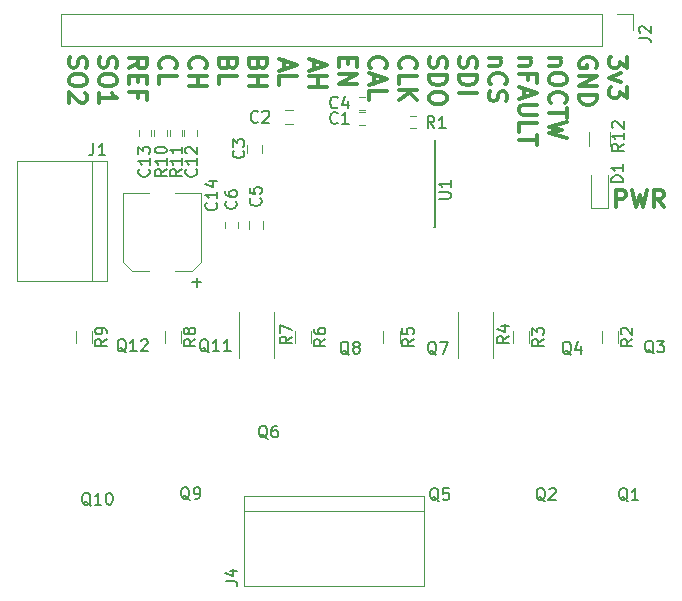
<source format=gto>
G04 #@! TF.FileFunction,Legend,Top*
%FSLAX46Y46*%
G04 Gerber Fmt 4.6, Leading zero omitted, Abs format (unit mm)*
G04 Created by KiCad (PCBNEW 4.0.7) date 04/04/18 16:23:25*
%MOMM*%
%LPD*%
G01*
G04 APERTURE LIST*
%ADD10C,0.100000*%
%ADD11C,0.300000*%
%ADD12C,0.120000*%
%ADD13C,0.150000*%
G04 APERTURE END LIST*
D10*
D11*
X206900000Y-111278571D02*
X206900000Y-109778571D01*
X207471428Y-109778571D01*
X207614286Y-109850000D01*
X207685714Y-109921429D01*
X207757143Y-110064286D01*
X207757143Y-110278571D01*
X207685714Y-110421429D01*
X207614286Y-110492857D01*
X207471428Y-110564286D01*
X206900000Y-110564286D01*
X208257143Y-109778571D02*
X208614286Y-111278571D01*
X208900000Y-110207143D01*
X209185714Y-111278571D01*
X209542857Y-109778571D01*
X210971429Y-111278571D02*
X210471429Y-110564286D01*
X210114286Y-111278571D02*
X210114286Y-109778571D01*
X210685714Y-109778571D01*
X210828572Y-109850000D01*
X210900000Y-109921429D01*
X210971429Y-110064286D01*
X210971429Y-110278571D01*
X210900000Y-110421429D01*
X210828572Y-110492857D01*
X210685714Y-110564286D01*
X210114286Y-110564286D01*
X207831429Y-98512286D02*
X207831429Y-99440857D01*
X207260000Y-98940857D01*
X207260000Y-99155143D01*
X207188571Y-99298000D01*
X207117143Y-99369429D01*
X206974286Y-99440857D01*
X206617143Y-99440857D01*
X206474286Y-99369429D01*
X206402857Y-99298000D01*
X206331429Y-99155143D01*
X206331429Y-98726571D01*
X206402857Y-98583714D01*
X206474286Y-98512286D01*
X207331429Y-99940857D02*
X206331429Y-100298000D01*
X207331429Y-100655142D01*
X207831429Y-101083714D02*
X207831429Y-102012285D01*
X207260000Y-101512285D01*
X207260000Y-101726571D01*
X207188571Y-101869428D01*
X207117143Y-101940857D01*
X206974286Y-102012285D01*
X206617143Y-102012285D01*
X206474286Y-101940857D01*
X206402857Y-101869428D01*
X206331429Y-101726571D01*
X206331429Y-101297999D01*
X206402857Y-101155142D01*
X206474286Y-101083714D01*
X205220000Y-99440857D02*
X205291429Y-99298000D01*
X205291429Y-99083714D01*
X205220000Y-98869429D01*
X205077143Y-98726571D01*
X204934286Y-98655143D01*
X204648571Y-98583714D01*
X204434286Y-98583714D01*
X204148571Y-98655143D01*
X204005714Y-98726571D01*
X203862857Y-98869429D01*
X203791429Y-99083714D01*
X203791429Y-99226571D01*
X203862857Y-99440857D01*
X203934286Y-99512286D01*
X204434286Y-99512286D01*
X204434286Y-99226571D01*
X203791429Y-100155143D02*
X205291429Y-100155143D01*
X203791429Y-101012286D01*
X205291429Y-101012286D01*
X203791429Y-101726572D02*
X205291429Y-101726572D01*
X205291429Y-102083715D01*
X205220000Y-102298000D01*
X205077143Y-102440858D01*
X204934286Y-102512286D01*
X204648571Y-102583715D01*
X204434286Y-102583715D01*
X204148571Y-102512286D01*
X204005714Y-102440858D01*
X203862857Y-102298000D01*
X203791429Y-102083715D01*
X203791429Y-101726572D01*
X202251429Y-98655143D02*
X201251429Y-98655143D01*
X202108571Y-98655143D02*
X202180000Y-98726571D01*
X202251429Y-98869429D01*
X202251429Y-99083714D01*
X202180000Y-99226571D01*
X202037143Y-99298000D01*
X201251429Y-99298000D01*
X202751429Y-100298000D02*
X202751429Y-100583714D01*
X202680000Y-100726572D01*
X202537143Y-100869429D01*
X202251429Y-100940857D01*
X201751429Y-100940857D01*
X201465714Y-100869429D01*
X201322857Y-100726572D01*
X201251429Y-100583714D01*
X201251429Y-100298000D01*
X201322857Y-100155143D01*
X201465714Y-100012286D01*
X201751429Y-99940857D01*
X202251429Y-99940857D01*
X202537143Y-100012286D01*
X202680000Y-100155143D01*
X202751429Y-100298000D01*
X201394286Y-102440858D02*
X201322857Y-102369429D01*
X201251429Y-102155143D01*
X201251429Y-102012286D01*
X201322857Y-101798001D01*
X201465714Y-101655143D01*
X201608571Y-101583715D01*
X201894286Y-101512286D01*
X202108571Y-101512286D01*
X202394286Y-101583715D01*
X202537143Y-101655143D01*
X202680000Y-101798001D01*
X202751429Y-102012286D01*
X202751429Y-102155143D01*
X202680000Y-102369429D01*
X202608571Y-102440858D01*
X202751429Y-102869429D02*
X202751429Y-103726572D01*
X201251429Y-103298001D02*
X202751429Y-103298001D01*
X202751429Y-104083715D02*
X201251429Y-104440858D01*
X202322857Y-104726572D01*
X201251429Y-105012286D01*
X202751429Y-105369429D01*
X199711429Y-98655143D02*
X198711429Y-98655143D01*
X199568571Y-98655143D02*
X199640000Y-98726571D01*
X199711429Y-98869429D01*
X199711429Y-99083714D01*
X199640000Y-99226571D01*
X199497143Y-99298000D01*
X198711429Y-99298000D01*
X199497143Y-100512286D02*
X199497143Y-100012286D01*
X198711429Y-100012286D02*
X200211429Y-100012286D01*
X200211429Y-100726572D01*
X199140000Y-101226571D02*
X199140000Y-101940857D01*
X198711429Y-101083714D02*
X200211429Y-101583714D01*
X198711429Y-102083714D01*
X200211429Y-102583714D02*
X198997143Y-102583714D01*
X198854286Y-102655142D01*
X198782857Y-102726571D01*
X198711429Y-102869428D01*
X198711429Y-103155142D01*
X198782857Y-103298000D01*
X198854286Y-103369428D01*
X198997143Y-103440857D01*
X200211429Y-103440857D01*
X198711429Y-104869429D02*
X198711429Y-104155143D01*
X200211429Y-104155143D01*
X200211429Y-105155143D02*
X200211429Y-106012286D01*
X198711429Y-105583715D02*
X200211429Y-105583715D01*
X197171429Y-98655143D02*
X196171429Y-98655143D01*
X197028571Y-98655143D02*
X197100000Y-98726571D01*
X197171429Y-98869429D01*
X197171429Y-99083714D01*
X197100000Y-99226571D01*
X196957143Y-99298000D01*
X196171429Y-99298000D01*
X196314286Y-100869429D02*
X196242857Y-100798000D01*
X196171429Y-100583714D01*
X196171429Y-100440857D01*
X196242857Y-100226572D01*
X196385714Y-100083714D01*
X196528571Y-100012286D01*
X196814286Y-99940857D01*
X197028571Y-99940857D01*
X197314286Y-100012286D01*
X197457143Y-100083714D01*
X197600000Y-100226572D01*
X197671429Y-100440857D01*
X197671429Y-100583714D01*
X197600000Y-100798000D01*
X197528571Y-100869429D01*
X196242857Y-101440857D02*
X196171429Y-101655143D01*
X196171429Y-102012286D01*
X196242857Y-102155143D01*
X196314286Y-102226572D01*
X196457143Y-102298000D01*
X196600000Y-102298000D01*
X196742857Y-102226572D01*
X196814286Y-102155143D01*
X196885714Y-102012286D01*
X196957143Y-101726572D01*
X197028571Y-101583714D01*
X197100000Y-101512286D01*
X197242857Y-101440857D01*
X197385714Y-101440857D01*
X197528571Y-101512286D01*
X197600000Y-101583714D01*
X197671429Y-101726572D01*
X197671429Y-102083714D01*
X197600000Y-102298000D01*
X193702857Y-98583714D02*
X193631429Y-98798000D01*
X193631429Y-99155143D01*
X193702857Y-99298000D01*
X193774286Y-99369429D01*
X193917143Y-99440857D01*
X194060000Y-99440857D01*
X194202857Y-99369429D01*
X194274286Y-99298000D01*
X194345714Y-99155143D01*
X194417143Y-98869429D01*
X194488571Y-98726571D01*
X194560000Y-98655143D01*
X194702857Y-98583714D01*
X194845714Y-98583714D01*
X194988571Y-98655143D01*
X195060000Y-98726571D01*
X195131429Y-98869429D01*
X195131429Y-99226571D01*
X195060000Y-99440857D01*
X193631429Y-100083714D02*
X195131429Y-100083714D01*
X195131429Y-100440857D01*
X195060000Y-100655142D01*
X194917143Y-100798000D01*
X194774286Y-100869428D01*
X194488571Y-100940857D01*
X194274286Y-100940857D01*
X193988571Y-100869428D01*
X193845714Y-100798000D01*
X193702857Y-100655142D01*
X193631429Y-100440857D01*
X193631429Y-100083714D01*
X193631429Y-101583714D02*
X195131429Y-101583714D01*
X191162857Y-98583714D02*
X191091429Y-98798000D01*
X191091429Y-99155143D01*
X191162857Y-99298000D01*
X191234286Y-99369429D01*
X191377143Y-99440857D01*
X191520000Y-99440857D01*
X191662857Y-99369429D01*
X191734286Y-99298000D01*
X191805714Y-99155143D01*
X191877143Y-98869429D01*
X191948571Y-98726571D01*
X192020000Y-98655143D01*
X192162857Y-98583714D01*
X192305714Y-98583714D01*
X192448571Y-98655143D01*
X192520000Y-98726571D01*
X192591429Y-98869429D01*
X192591429Y-99226571D01*
X192520000Y-99440857D01*
X191091429Y-100083714D02*
X192591429Y-100083714D01*
X192591429Y-100440857D01*
X192520000Y-100655142D01*
X192377143Y-100798000D01*
X192234286Y-100869428D01*
X191948571Y-100940857D01*
X191734286Y-100940857D01*
X191448571Y-100869428D01*
X191305714Y-100798000D01*
X191162857Y-100655142D01*
X191091429Y-100440857D01*
X191091429Y-100083714D01*
X192591429Y-101869428D02*
X192591429Y-102155142D01*
X192520000Y-102298000D01*
X192377143Y-102440857D01*
X192091429Y-102512285D01*
X191591429Y-102512285D01*
X191305714Y-102440857D01*
X191162857Y-102298000D01*
X191091429Y-102155142D01*
X191091429Y-101869428D01*
X191162857Y-101726571D01*
X191305714Y-101583714D01*
X191591429Y-101512285D01*
X192091429Y-101512285D01*
X192377143Y-101583714D01*
X192520000Y-101726571D01*
X192591429Y-101869428D01*
X188694286Y-99512286D02*
X188622857Y-99440857D01*
X188551429Y-99226571D01*
X188551429Y-99083714D01*
X188622857Y-98869429D01*
X188765714Y-98726571D01*
X188908571Y-98655143D01*
X189194286Y-98583714D01*
X189408571Y-98583714D01*
X189694286Y-98655143D01*
X189837143Y-98726571D01*
X189980000Y-98869429D01*
X190051429Y-99083714D01*
X190051429Y-99226571D01*
X189980000Y-99440857D01*
X189908571Y-99512286D01*
X188551429Y-100869429D02*
X188551429Y-100155143D01*
X190051429Y-100155143D01*
X188551429Y-101369429D02*
X190051429Y-101369429D01*
X188551429Y-102226572D02*
X189408571Y-101583715D01*
X190051429Y-102226572D02*
X189194286Y-101369429D01*
X186154286Y-99512286D02*
X186082857Y-99440857D01*
X186011429Y-99226571D01*
X186011429Y-99083714D01*
X186082857Y-98869429D01*
X186225714Y-98726571D01*
X186368571Y-98655143D01*
X186654286Y-98583714D01*
X186868571Y-98583714D01*
X187154286Y-98655143D01*
X187297143Y-98726571D01*
X187440000Y-98869429D01*
X187511429Y-99083714D01*
X187511429Y-99226571D01*
X187440000Y-99440857D01*
X187368571Y-99512286D01*
X186440000Y-100083714D02*
X186440000Y-100798000D01*
X186011429Y-99940857D02*
X187511429Y-100440857D01*
X186011429Y-100940857D01*
X186011429Y-102155143D02*
X186011429Y-101440857D01*
X187511429Y-101440857D01*
X184257143Y-98655143D02*
X184257143Y-99155143D01*
X183471429Y-99369429D02*
X183471429Y-98655143D01*
X184971429Y-98655143D01*
X184971429Y-99369429D01*
X183471429Y-100012286D02*
X184971429Y-100012286D01*
X183471429Y-100869429D01*
X184971429Y-100869429D01*
X181360000Y-98837714D02*
X181360000Y-99552000D01*
X180931429Y-98694857D02*
X182431429Y-99194857D01*
X180931429Y-99694857D01*
X180931429Y-100194857D02*
X182431429Y-100194857D01*
X181717143Y-100194857D02*
X181717143Y-101052000D01*
X180931429Y-101052000D02*
X182431429Y-101052000D01*
X178820000Y-98837714D02*
X178820000Y-99552000D01*
X178391429Y-98694857D02*
X179891429Y-99194857D01*
X178391429Y-99694857D01*
X178391429Y-100909143D02*
X178391429Y-100194857D01*
X179891429Y-100194857D01*
X176637143Y-99155143D02*
X176565714Y-99369429D01*
X176494286Y-99440857D01*
X176351429Y-99512286D01*
X176137143Y-99512286D01*
X175994286Y-99440857D01*
X175922857Y-99369429D01*
X175851429Y-99226571D01*
X175851429Y-98655143D01*
X177351429Y-98655143D01*
X177351429Y-99155143D01*
X177280000Y-99298000D01*
X177208571Y-99369429D01*
X177065714Y-99440857D01*
X176922857Y-99440857D01*
X176780000Y-99369429D01*
X176708571Y-99298000D01*
X176637143Y-99155143D01*
X176637143Y-98655143D01*
X175851429Y-100155143D02*
X177351429Y-100155143D01*
X176637143Y-100155143D02*
X176637143Y-101012286D01*
X175851429Y-101012286D02*
X177351429Y-101012286D01*
X174097143Y-99155143D02*
X174025714Y-99369429D01*
X173954286Y-99440857D01*
X173811429Y-99512286D01*
X173597143Y-99512286D01*
X173454286Y-99440857D01*
X173382857Y-99369429D01*
X173311429Y-99226571D01*
X173311429Y-98655143D01*
X174811429Y-98655143D01*
X174811429Y-99155143D01*
X174740000Y-99298000D01*
X174668571Y-99369429D01*
X174525714Y-99440857D01*
X174382857Y-99440857D01*
X174240000Y-99369429D01*
X174168571Y-99298000D01*
X174097143Y-99155143D01*
X174097143Y-98655143D01*
X173311429Y-100869429D02*
X173311429Y-100155143D01*
X174811429Y-100155143D01*
X170914286Y-99512286D02*
X170842857Y-99440857D01*
X170771429Y-99226571D01*
X170771429Y-99083714D01*
X170842857Y-98869429D01*
X170985714Y-98726571D01*
X171128571Y-98655143D01*
X171414286Y-98583714D01*
X171628571Y-98583714D01*
X171914286Y-98655143D01*
X172057143Y-98726571D01*
X172200000Y-98869429D01*
X172271429Y-99083714D01*
X172271429Y-99226571D01*
X172200000Y-99440857D01*
X172128571Y-99512286D01*
X170771429Y-100155143D02*
X172271429Y-100155143D01*
X171557143Y-100155143D02*
X171557143Y-101012286D01*
X170771429Y-101012286D02*
X172271429Y-101012286D01*
X168374286Y-99512286D02*
X168302857Y-99440857D01*
X168231429Y-99226571D01*
X168231429Y-99083714D01*
X168302857Y-98869429D01*
X168445714Y-98726571D01*
X168588571Y-98655143D01*
X168874286Y-98583714D01*
X169088571Y-98583714D01*
X169374286Y-98655143D01*
X169517143Y-98726571D01*
X169660000Y-98869429D01*
X169731429Y-99083714D01*
X169731429Y-99226571D01*
X169660000Y-99440857D01*
X169588571Y-99512286D01*
X168231429Y-100869429D02*
X168231429Y-100155143D01*
X169731429Y-100155143D01*
X165691429Y-99512286D02*
X166405714Y-99012286D01*
X165691429Y-98655143D02*
X167191429Y-98655143D01*
X167191429Y-99226571D01*
X167120000Y-99369429D01*
X167048571Y-99440857D01*
X166905714Y-99512286D01*
X166691429Y-99512286D01*
X166548571Y-99440857D01*
X166477143Y-99369429D01*
X166405714Y-99226571D01*
X166405714Y-98655143D01*
X166477143Y-100155143D02*
X166477143Y-100655143D01*
X165691429Y-100869429D02*
X165691429Y-100155143D01*
X167191429Y-100155143D01*
X167191429Y-100869429D01*
X166477143Y-102012286D02*
X166477143Y-101512286D01*
X165691429Y-101512286D02*
X167191429Y-101512286D01*
X167191429Y-102226572D01*
X163222857Y-98583714D02*
X163151429Y-98798000D01*
X163151429Y-99155143D01*
X163222857Y-99298000D01*
X163294286Y-99369429D01*
X163437143Y-99440857D01*
X163580000Y-99440857D01*
X163722857Y-99369429D01*
X163794286Y-99298000D01*
X163865714Y-99155143D01*
X163937143Y-98869429D01*
X164008571Y-98726571D01*
X164080000Y-98655143D01*
X164222857Y-98583714D01*
X164365714Y-98583714D01*
X164508571Y-98655143D01*
X164580000Y-98726571D01*
X164651429Y-98869429D01*
X164651429Y-99226571D01*
X164580000Y-99440857D01*
X164651429Y-100369428D02*
X164651429Y-100655142D01*
X164580000Y-100798000D01*
X164437143Y-100940857D01*
X164151429Y-101012285D01*
X163651429Y-101012285D01*
X163365714Y-100940857D01*
X163222857Y-100798000D01*
X163151429Y-100655142D01*
X163151429Y-100369428D01*
X163222857Y-100226571D01*
X163365714Y-100083714D01*
X163651429Y-100012285D01*
X164151429Y-100012285D01*
X164437143Y-100083714D01*
X164580000Y-100226571D01*
X164651429Y-100369428D01*
X163151429Y-102440857D02*
X163151429Y-101583714D01*
X163151429Y-102012286D02*
X164651429Y-102012286D01*
X164437143Y-101869429D01*
X164294286Y-101726571D01*
X164222857Y-101583714D01*
X160682857Y-98583714D02*
X160611429Y-98798000D01*
X160611429Y-99155143D01*
X160682857Y-99298000D01*
X160754286Y-99369429D01*
X160897143Y-99440857D01*
X161040000Y-99440857D01*
X161182857Y-99369429D01*
X161254286Y-99298000D01*
X161325714Y-99155143D01*
X161397143Y-98869429D01*
X161468571Y-98726571D01*
X161540000Y-98655143D01*
X161682857Y-98583714D01*
X161825714Y-98583714D01*
X161968571Y-98655143D01*
X162040000Y-98726571D01*
X162111429Y-98869429D01*
X162111429Y-99226571D01*
X162040000Y-99440857D01*
X162111429Y-100369428D02*
X162111429Y-100655142D01*
X162040000Y-100798000D01*
X161897143Y-100940857D01*
X161611429Y-101012285D01*
X161111429Y-101012285D01*
X160825714Y-100940857D01*
X160682857Y-100798000D01*
X160611429Y-100655142D01*
X160611429Y-100369428D01*
X160682857Y-100226571D01*
X160825714Y-100083714D01*
X161111429Y-100012285D01*
X161611429Y-100012285D01*
X161897143Y-100083714D01*
X162040000Y-100226571D01*
X162111429Y-100369428D01*
X161968571Y-101583714D02*
X162040000Y-101655143D01*
X162111429Y-101798000D01*
X162111429Y-102155143D01*
X162040000Y-102298000D01*
X161968571Y-102369429D01*
X161825714Y-102440857D01*
X161682857Y-102440857D01*
X161468571Y-102369429D01*
X160611429Y-101512286D01*
X160611429Y-102440857D01*
D12*
X196480000Y-120100000D02*
X196480000Y-124000000D01*
X193520000Y-124000000D02*
X193520000Y-120100000D01*
X177980000Y-120100000D02*
X177980000Y-124000000D01*
X175020000Y-124000000D02*
X175020000Y-120100000D01*
X190620000Y-135690000D02*
X190620000Y-143310000D01*
X175380000Y-135690000D02*
X175380000Y-143310000D01*
X190620000Y-136960000D02*
X175380000Y-136960000D01*
X190620000Y-143310000D02*
X175380000Y-143310000D01*
X190620000Y-135690000D02*
X175380000Y-135690000D01*
X162540000Y-107380000D02*
X162540000Y-117540000D01*
X163810000Y-107380000D02*
X156190000Y-107380000D01*
X156190000Y-107380000D02*
X156190000Y-117540000D01*
X156190000Y-117540000D02*
X163810000Y-117540000D01*
X163810000Y-117540000D02*
X163810000Y-107380000D01*
X170370000Y-104742000D02*
X170370000Y-105242000D01*
X171430000Y-105242000D02*
X171430000Y-104742000D01*
X166518000Y-104742000D02*
X166518000Y-105242000D01*
X167578000Y-105242000D02*
X167578000Y-104742000D01*
X168878000Y-105242000D02*
X168878000Y-104742000D01*
X167818000Y-104742000D02*
X167818000Y-105242000D01*
X170178000Y-105242000D02*
X170178000Y-104742000D01*
X169118000Y-104742000D02*
X169118000Y-105242000D01*
X205720000Y-122750000D02*
X205720000Y-121750000D01*
X207080000Y-121750000D02*
X207080000Y-122750000D01*
X198220000Y-122750000D02*
X198220000Y-121750000D01*
X199580000Y-121750000D02*
X199580000Y-122750000D01*
X187220000Y-122750000D02*
X187220000Y-121750000D01*
X188580000Y-121750000D02*
X188580000Y-122750000D01*
X179720000Y-122750000D02*
X179720000Y-121750000D01*
X181080000Y-121750000D02*
X181080000Y-122750000D01*
X168720000Y-122750000D02*
X168720000Y-121750000D01*
X170080000Y-121750000D02*
X170080000Y-122750000D01*
X161220000Y-122750000D02*
X161220000Y-121750000D01*
X162580000Y-121750000D02*
X162580000Y-122750000D01*
X185150000Y-104280000D02*
X185650000Y-104280000D01*
X185650000Y-103220000D02*
X185150000Y-103220000D01*
X189500000Y-104580000D02*
X190000000Y-104580000D01*
X190000000Y-103520000D02*
X189500000Y-103520000D01*
X173820000Y-112500000D02*
X173820000Y-113000000D01*
X174880000Y-113000000D02*
X174880000Y-112500000D01*
D13*
X191529000Y-112961000D02*
X191521500Y-112961000D01*
X191604000Y-105536000D02*
X191604000Y-112961000D01*
D12*
X185150000Y-103030000D02*
X185650000Y-103030000D01*
X185650000Y-101970000D02*
X185150000Y-101970000D01*
X159960000Y-94936000D02*
X159960000Y-97596000D01*
X205740000Y-94936000D02*
X159960000Y-94936000D01*
X205740000Y-97596000D02*
X159960000Y-97596000D01*
X205740000Y-94936000D02*
X205740000Y-97596000D01*
X207010000Y-94936000D02*
X208340000Y-94936000D01*
X208340000Y-94936000D02*
X208340000Y-96266000D01*
X170990000Y-116650000D02*
X169570000Y-116650000D01*
X171750000Y-110050000D02*
X169570000Y-110050000D01*
X165150000Y-110050000D02*
X167330000Y-110050000D01*
X165910000Y-116650000D02*
X167330000Y-116650000D01*
X171750000Y-110050000D02*
X171750000Y-115890000D01*
X171750000Y-115890000D02*
X170990000Y-116650000D01*
X165910000Y-116650000D02*
X165150000Y-115890000D01*
X165150000Y-115890000D02*
X165150000Y-110050000D01*
X177000000Y-112400000D02*
X177000000Y-113100000D01*
X175800000Y-113100000D02*
X175800000Y-112400000D01*
X178850000Y-103000000D02*
X179550000Y-103000000D01*
X179550000Y-104200000D02*
X178850000Y-104200000D01*
X175700000Y-106700000D02*
X175700000Y-106000000D01*
X176900000Y-106000000D02*
X176900000Y-106700000D01*
X204800000Y-111300000D02*
X206200000Y-111300000D01*
X206200000Y-111300000D02*
X206200000Y-108500000D01*
X204800000Y-111300000D02*
X204800000Y-108500000D01*
X206380000Y-104900000D02*
X206380000Y-106100000D01*
X204620000Y-106100000D02*
X204620000Y-104900000D01*
D13*
X197852381Y-122166666D02*
X197376190Y-122500000D01*
X197852381Y-122738095D02*
X196852381Y-122738095D01*
X196852381Y-122357142D01*
X196900000Y-122261904D01*
X196947619Y-122214285D01*
X197042857Y-122166666D01*
X197185714Y-122166666D01*
X197280952Y-122214285D01*
X197328571Y-122261904D01*
X197376190Y-122357142D01*
X197376190Y-122738095D01*
X197185714Y-121309523D02*
X197852381Y-121309523D01*
X196804762Y-121547619D02*
X197519048Y-121785714D01*
X197519048Y-121166666D01*
X179452381Y-122216666D02*
X178976190Y-122550000D01*
X179452381Y-122788095D02*
X178452381Y-122788095D01*
X178452381Y-122407142D01*
X178500000Y-122311904D01*
X178547619Y-122264285D01*
X178642857Y-122216666D01*
X178785714Y-122216666D01*
X178880952Y-122264285D01*
X178928571Y-122311904D01*
X178976190Y-122407142D01*
X178976190Y-122788095D01*
X178452381Y-121883333D02*
X178452381Y-121216666D01*
X179452381Y-121645238D01*
X173852381Y-142933333D02*
X174566667Y-142933333D01*
X174709524Y-142980953D01*
X174804762Y-143076191D01*
X174852381Y-143219048D01*
X174852381Y-143314286D01*
X174185714Y-142028571D02*
X174852381Y-142028571D01*
X173804762Y-142266667D02*
X174519048Y-142504762D01*
X174519048Y-141885714D01*
X162666667Y-105852381D02*
X162666667Y-106566667D01*
X162619047Y-106709524D01*
X162523809Y-106804762D01*
X162380952Y-106852381D01*
X162285714Y-106852381D01*
X163666667Y-106852381D02*
X163095238Y-106852381D01*
X163380952Y-106852381D02*
X163380952Y-105852381D01*
X163285714Y-105995238D01*
X163190476Y-106090476D01*
X163095238Y-106138095D01*
X200904762Y-136147619D02*
X200809524Y-136100000D01*
X200714286Y-136004762D01*
X200571429Y-135861905D01*
X200476190Y-135814286D01*
X200380952Y-135814286D01*
X200428571Y-136052381D02*
X200333333Y-136004762D01*
X200238095Y-135909524D01*
X200190476Y-135719048D01*
X200190476Y-135385714D01*
X200238095Y-135195238D01*
X200333333Y-135100000D01*
X200428571Y-135052381D01*
X200619048Y-135052381D01*
X200714286Y-135100000D01*
X200809524Y-135195238D01*
X200857143Y-135385714D01*
X200857143Y-135719048D01*
X200809524Y-135909524D01*
X200714286Y-136004762D01*
X200619048Y-136052381D01*
X200428571Y-136052381D01*
X201238095Y-135147619D02*
X201285714Y-135100000D01*
X201380952Y-135052381D01*
X201619048Y-135052381D01*
X201714286Y-135100000D01*
X201761905Y-135147619D01*
X201809524Y-135242857D01*
X201809524Y-135338095D01*
X201761905Y-135480952D01*
X201190476Y-136052381D01*
X201809524Y-136052381D01*
X210104762Y-123647619D02*
X210009524Y-123600000D01*
X209914286Y-123504762D01*
X209771429Y-123361905D01*
X209676190Y-123314286D01*
X209580952Y-123314286D01*
X209628571Y-123552381D02*
X209533333Y-123504762D01*
X209438095Y-123409524D01*
X209390476Y-123219048D01*
X209390476Y-122885714D01*
X209438095Y-122695238D01*
X209533333Y-122600000D01*
X209628571Y-122552381D01*
X209819048Y-122552381D01*
X209914286Y-122600000D01*
X210009524Y-122695238D01*
X210057143Y-122885714D01*
X210057143Y-123219048D01*
X210009524Y-123409524D01*
X209914286Y-123504762D01*
X209819048Y-123552381D01*
X209628571Y-123552381D01*
X210390476Y-122552381D02*
X211009524Y-122552381D01*
X210676190Y-122933333D01*
X210819048Y-122933333D01*
X210914286Y-122980952D01*
X210961905Y-123028571D01*
X211009524Y-123123810D01*
X211009524Y-123361905D01*
X210961905Y-123457143D01*
X210914286Y-123504762D01*
X210819048Y-123552381D01*
X210533333Y-123552381D01*
X210438095Y-123504762D01*
X210390476Y-123457143D01*
X203104762Y-123747619D02*
X203009524Y-123700000D01*
X202914286Y-123604762D01*
X202771429Y-123461905D01*
X202676190Y-123414286D01*
X202580952Y-123414286D01*
X202628571Y-123652381D02*
X202533333Y-123604762D01*
X202438095Y-123509524D01*
X202390476Y-123319048D01*
X202390476Y-122985714D01*
X202438095Y-122795238D01*
X202533333Y-122700000D01*
X202628571Y-122652381D01*
X202819048Y-122652381D01*
X202914286Y-122700000D01*
X203009524Y-122795238D01*
X203057143Y-122985714D01*
X203057143Y-123319048D01*
X203009524Y-123509524D01*
X202914286Y-123604762D01*
X202819048Y-123652381D01*
X202628571Y-123652381D01*
X203914286Y-122985714D02*
X203914286Y-123652381D01*
X203676190Y-122604762D02*
X203438095Y-123319048D01*
X204057143Y-123319048D01*
X191904762Y-136147619D02*
X191809524Y-136100000D01*
X191714286Y-136004762D01*
X191571429Y-135861905D01*
X191476190Y-135814286D01*
X191380952Y-135814286D01*
X191428571Y-136052381D02*
X191333333Y-136004762D01*
X191238095Y-135909524D01*
X191190476Y-135719048D01*
X191190476Y-135385714D01*
X191238095Y-135195238D01*
X191333333Y-135100000D01*
X191428571Y-135052381D01*
X191619048Y-135052381D01*
X191714286Y-135100000D01*
X191809524Y-135195238D01*
X191857143Y-135385714D01*
X191857143Y-135719048D01*
X191809524Y-135909524D01*
X191714286Y-136004762D01*
X191619048Y-136052381D01*
X191428571Y-136052381D01*
X192761905Y-135052381D02*
X192285714Y-135052381D01*
X192238095Y-135528571D01*
X192285714Y-135480952D01*
X192380952Y-135433333D01*
X192619048Y-135433333D01*
X192714286Y-135480952D01*
X192761905Y-135528571D01*
X192809524Y-135623810D01*
X192809524Y-135861905D01*
X192761905Y-135957143D01*
X192714286Y-136004762D01*
X192619048Y-136052381D01*
X192380952Y-136052381D01*
X192285714Y-136004762D01*
X192238095Y-135957143D01*
X177404762Y-130847619D02*
X177309524Y-130800000D01*
X177214286Y-130704762D01*
X177071429Y-130561905D01*
X176976190Y-130514286D01*
X176880952Y-130514286D01*
X176928571Y-130752381D02*
X176833333Y-130704762D01*
X176738095Y-130609524D01*
X176690476Y-130419048D01*
X176690476Y-130085714D01*
X176738095Y-129895238D01*
X176833333Y-129800000D01*
X176928571Y-129752381D01*
X177119048Y-129752381D01*
X177214286Y-129800000D01*
X177309524Y-129895238D01*
X177357143Y-130085714D01*
X177357143Y-130419048D01*
X177309524Y-130609524D01*
X177214286Y-130704762D01*
X177119048Y-130752381D01*
X176928571Y-130752381D01*
X178214286Y-129752381D02*
X178023809Y-129752381D01*
X177928571Y-129800000D01*
X177880952Y-129847619D01*
X177785714Y-129990476D01*
X177738095Y-130180952D01*
X177738095Y-130561905D01*
X177785714Y-130657143D01*
X177833333Y-130704762D01*
X177928571Y-130752381D01*
X178119048Y-130752381D01*
X178214286Y-130704762D01*
X178261905Y-130657143D01*
X178309524Y-130561905D01*
X178309524Y-130323810D01*
X178261905Y-130228571D01*
X178214286Y-130180952D01*
X178119048Y-130133333D01*
X177928571Y-130133333D01*
X177833333Y-130180952D01*
X177785714Y-130228571D01*
X177738095Y-130323810D01*
X191704762Y-123747619D02*
X191609524Y-123700000D01*
X191514286Y-123604762D01*
X191371429Y-123461905D01*
X191276190Y-123414286D01*
X191180952Y-123414286D01*
X191228571Y-123652381D02*
X191133333Y-123604762D01*
X191038095Y-123509524D01*
X190990476Y-123319048D01*
X190990476Y-122985714D01*
X191038095Y-122795238D01*
X191133333Y-122700000D01*
X191228571Y-122652381D01*
X191419048Y-122652381D01*
X191514286Y-122700000D01*
X191609524Y-122795238D01*
X191657143Y-122985714D01*
X191657143Y-123319048D01*
X191609524Y-123509524D01*
X191514286Y-123604762D01*
X191419048Y-123652381D01*
X191228571Y-123652381D01*
X191990476Y-122652381D02*
X192657143Y-122652381D01*
X192228571Y-123652381D01*
X184304762Y-123747619D02*
X184209524Y-123700000D01*
X184114286Y-123604762D01*
X183971429Y-123461905D01*
X183876190Y-123414286D01*
X183780952Y-123414286D01*
X183828571Y-123652381D02*
X183733333Y-123604762D01*
X183638095Y-123509524D01*
X183590476Y-123319048D01*
X183590476Y-122985714D01*
X183638095Y-122795238D01*
X183733333Y-122700000D01*
X183828571Y-122652381D01*
X184019048Y-122652381D01*
X184114286Y-122700000D01*
X184209524Y-122795238D01*
X184257143Y-122985714D01*
X184257143Y-123319048D01*
X184209524Y-123509524D01*
X184114286Y-123604762D01*
X184019048Y-123652381D01*
X183828571Y-123652381D01*
X184828571Y-123080952D02*
X184733333Y-123033333D01*
X184685714Y-122985714D01*
X184638095Y-122890476D01*
X184638095Y-122842857D01*
X184685714Y-122747619D01*
X184733333Y-122700000D01*
X184828571Y-122652381D01*
X185019048Y-122652381D01*
X185114286Y-122700000D01*
X185161905Y-122747619D01*
X185209524Y-122842857D01*
X185209524Y-122890476D01*
X185161905Y-122985714D01*
X185114286Y-123033333D01*
X185019048Y-123080952D01*
X184828571Y-123080952D01*
X184733333Y-123128571D01*
X184685714Y-123176190D01*
X184638095Y-123271429D01*
X184638095Y-123461905D01*
X184685714Y-123557143D01*
X184733333Y-123604762D01*
X184828571Y-123652381D01*
X185019048Y-123652381D01*
X185114286Y-123604762D01*
X185161905Y-123557143D01*
X185209524Y-123461905D01*
X185209524Y-123271429D01*
X185161905Y-123176190D01*
X185114286Y-123128571D01*
X185019048Y-123080952D01*
X170804762Y-136047619D02*
X170709524Y-136000000D01*
X170614286Y-135904762D01*
X170471429Y-135761905D01*
X170376190Y-135714286D01*
X170280952Y-135714286D01*
X170328571Y-135952381D02*
X170233333Y-135904762D01*
X170138095Y-135809524D01*
X170090476Y-135619048D01*
X170090476Y-135285714D01*
X170138095Y-135095238D01*
X170233333Y-135000000D01*
X170328571Y-134952381D01*
X170519048Y-134952381D01*
X170614286Y-135000000D01*
X170709524Y-135095238D01*
X170757143Y-135285714D01*
X170757143Y-135619048D01*
X170709524Y-135809524D01*
X170614286Y-135904762D01*
X170519048Y-135952381D01*
X170328571Y-135952381D01*
X171233333Y-135952381D02*
X171423809Y-135952381D01*
X171519048Y-135904762D01*
X171566667Y-135857143D01*
X171661905Y-135714286D01*
X171709524Y-135523810D01*
X171709524Y-135142857D01*
X171661905Y-135047619D01*
X171614286Y-135000000D01*
X171519048Y-134952381D01*
X171328571Y-134952381D01*
X171233333Y-135000000D01*
X171185714Y-135047619D01*
X171138095Y-135142857D01*
X171138095Y-135380952D01*
X171185714Y-135476190D01*
X171233333Y-135523810D01*
X171328571Y-135571429D01*
X171519048Y-135571429D01*
X171614286Y-135523810D01*
X171661905Y-135476190D01*
X171709524Y-135380952D01*
X162428572Y-136547619D02*
X162333334Y-136500000D01*
X162238096Y-136404762D01*
X162095239Y-136261905D01*
X162000000Y-136214286D01*
X161904762Y-136214286D01*
X161952381Y-136452381D02*
X161857143Y-136404762D01*
X161761905Y-136309524D01*
X161714286Y-136119048D01*
X161714286Y-135785714D01*
X161761905Y-135595238D01*
X161857143Y-135500000D01*
X161952381Y-135452381D01*
X162142858Y-135452381D01*
X162238096Y-135500000D01*
X162333334Y-135595238D01*
X162380953Y-135785714D01*
X162380953Y-136119048D01*
X162333334Y-136309524D01*
X162238096Y-136404762D01*
X162142858Y-136452381D01*
X161952381Y-136452381D01*
X163333334Y-136452381D02*
X162761905Y-136452381D01*
X163047619Y-136452381D02*
X163047619Y-135452381D01*
X162952381Y-135595238D01*
X162857143Y-135690476D01*
X162761905Y-135738095D01*
X163952381Y-135452381D02*
X164047620Y-135452381D01*
X164142858Y-135500000D01*
X164190477Y-135547619D01*
X164238096Y-135642857D01*
X164285715Y-135833333D01*
X164285715Y-136071429D01*
X164238096Y-136261905D01*
X164190477Y-136357143D01*
X164142858Y-136404762D01*
X164047620Y-136452381D01*
X163952381Y-136452381D01*
X163857143Y-136404762D01*
X163809524Y-136357143D01*
X163761905Y-136261905D01*
X163714286Y-136071429D01*
X163714286Y-135833333D01*
X163761905Y-135642857D01*
X163809524Y-135547619D01*
X163857143Y-135500000D01*
X163952381Y-135452381D01*
X172428572Y-123547619D02*
X172333334Y-123500000D01*
X172238096Y-123404762D01*
X172095239Y-123261905D01*
X172000000Y-123214286D01*
X171904762Y-123214286D01*
X171952381Y-123452381D02*
X171857143Y-123404762D01*
X171761905Y-123309524D01*
X171714286Y-123119048D01*
X171714286Y-122785714D01*
X171761905Y-122595238D01*
X171857143Y-122500000D01*
X171952381Y-122452381D01*
X172142858Y-122452381D01*
X172238096Y-122500000D01*
X172333334Y-122595238D01*
X172380953Y-122785714D01*
X172380953Y-123119048D01*
X172333334Y-123309524D01*
X172238096Y-123404762D01*
X172142858Y-123452381D01*
X171952381Y-123452381D01*
X173333334Y-123452381D02*
X172761905Y-123452381D01*
X173047619Y-123452381D02*
X173047619Y-122452381D01*
X172952381Y-122595238D01*
X172857143Y-122690476D01*
X172761905Y-122738095D01*
X174285715Y-123452381D02*
X173714286Y-123452381D01*
X174000000Y-123452381D02*
X174000000Y-122452381D01*
X173904762Y-122595238D01*
X173809524Y-122690476D01*
X173714286Y-122738095D01*
X165428572Y-123547619D02*
X165333334Y-123500000D01*
X165238096Y-123404762D01*
X165095239Y-123261905D01*
X165000000Y-123214286D01*
X164904762Y-123214286D01*
X164952381Y-123452381D02*
X164857143Y-123404762D01*
X164761905Y-123309524D01*
X164714286Y-123119048D01*
X164714286Y-122785714D01*
X164761905Y-122595238D01*
X164857143Y-122500000D01*
X164952381Y-122452381D01*
X165142858Y-122452381D01*
X165238096Y-122500000D01*
X165333334Y-122595238D01*
X165380953Y-122785714D01*
X165380953Y-123119048D01*
X165333334Y-123309524D01*
X165238096Y-123404762D01*
X165142858Y-123452381D01*
X164952381Y-123452381D01*
X166333334Y-123452381D02*
X165761905Y-123452381D01*
X166047619Y-123452381D02*
X166047619Y-122452381D01*
X165952381Y-122595238D01*
X165857143Y-122690476D01*
X165761905Y-122738095D01*
X166714286Y-122547619D02*
X166761905Y-122500000D01*
X166857143Y-122452381D01*
X167095239Y-122452381D01*
X167190477Y-122500000D01*
X167238096Y-122547619D01*
X167285715Y-122642857D01*
X167285715Y-122738095D01*
X167238096Y-122880952D01*
X166666667Y-123452381D01*
X167285715Y-123452381D01*
X207904762Y-136147619D02*
X207809524Y-136100000D01*
X207714286Y-136004762D01*
X207571429Y-135861905D01*
X207476190Y-135814286D01*
X207380952Y-135814286D01*
X207428571Y-136052381D02*
X207333333Y-136004762D01*
X207238095Y-135909524D01*
X207190476Y-135719048D01*
X207190476Y-135385714D01*
X207238095Y-135195238D01*
X207333333Y-135100000D01*
X207428571Y-135052381D01*
X207619048Y-135052381D01*
X207714286Y-135100000D01*
X207809524Y-135195238D01*
X207857143Y-135385714D01*
X207857143Y-135719048D01*
X207809524Y-135909524D01*
X207714286Y-136004762D01*
X207619048Y-136052381D01*
X207428571Y-136052381D01*
X208809524Y-136052381D02*
X208238095Y-136052381D01*
X208523809Y-136052381D02*
X208523809Y-135052381D01*
X208428571Y-135195238D01*
X208333333Y-135290476D01*
X208238095Y-135338095D01*
X171357143Y-108042857D02*
X171404762Y-108090476D01*
X171452381Y-108233333D01*
X171452381Y-108328571D01*
X171404762Y-108471429D01*
X171309524Y-108566667D01*
X171214286Y-108614286D01*
X171023810Y-108661905D01*
X170880952Y-108661905D01*
X170690476Y-108614286D01*
X170595238Y-108566667D01*
X170500000Y-108471429D01*
X170452381Y-108328571D01*
X170452381Y-108233333D01*
X170500000Y-108090476D01*
X170547619Y-108042857D01*
X171452381Y-107090476D02*
X171452381Y-107661905D01*
X171452381Y-107376191D02*
X170452381Y-107376191D01*
X170595238Y-107471429D01*
X170690476Y-107566667D01*
X170738095Y-107661905D01*
X170547619Y-106709524D02*
X170500000Y-106661905D01*
X170452381Y-106566667D01*
X170452381Y-106328571D01*
X170500000Y-106233333D01*
X170547619Y-106185714D01*
X170642857Y-106138095D01*
X170738095Y-106138095D01*
X170880952Y-106185714D01*
X171452381Y-106757143D01*
X171452381Y-106138095D01*
X167357143Y-108042857D02*
X167404762Y-108090476D01*
X167452381Y-108233333D01*
X167452381Y-108328571D01*
X167404762Y-108471429D01*
X167309524Y-108566667D01*
X167214286Y-108614286D01*
X167023810Y-108661905D01*
X166880952Y-108661905D01*
X166690476Y-108614286D01*
X166595238Y-108566667D01*
X166500000Y-108471429D01*
X166452381Y-108328571D01*
X166452381Y-108233333D01*
X166500000Y-108090476D01*
X166547619Y-108042857D01*
X167452381Y-107090476D02*
X167452381Y-107661905D01*
X167452381Y-107376191D02*
X166452381Y-107376191D01*
X166595238Y-107471429D01*
X166690476Y-107566667D01*
X166738095Y-107661905D01*
X166452381Y-106757143D02*
X166452381Y-106138095D01*
X166833333Y-106471429D01*
X166833333Y-106328571D01*
X166880952Y-106233333D01*
X166928571Y-106185714D01*
X167023810Y-106138095D01*
X167261905Y-106138095D01*
X167357143Y-106185714D01*
X167404762Y-106233333D01*
X167452381Y-106328571D01*
X167452381Y-106614286D01*
X167404762Y-106709524D01*
X167357143Y-106757143D01*
X168852381Y-108042857D02*
X168376190Y-108376191D01*
X168852381Y-108614286D02*
X167852381Y-108614286D01*
X167852381Y-108233333D01*
X167900000Y-108138095D01*
X167947619Y-108090476D01*
X168042857Y-108042857D01*
X168185714Y-108042857D01*
X168280952Y-108090476D01*
X168328571Y-108138095D01*
X168376190Y-108233333D01*
X168376190Y-108614286D01*
X168852381Y-107090476D02*
X168852381Y-107661905D01*
X168852381Y-107376191D02*
X167852381Y-107376191D01*
X167995238Y-107471429D01*
X168090476Y-107566667D01*
X168138095Y-107661905D01*
X167852381Y-106471429D02*
X167852381Y-106376190D01*
X167900000Y-106280952D01*
X167947619Y-106233333D01*
X168042857Y-106185714D01*
X168233333Y-106138095D01*
X168471429Y-106138095D01*
X168661905Y-106185714D01*
X168757143Y-106233333D01*
X168804762Y-106280952D01*
X168852381Y-106376190D01*
X168852381Y-106471429D01*
X168804762Y-106566667D01*
X168757143Y-106614286D01*
X168661905Y-106661905D01*
X168471429Y-106709524D01*
X168233333Y-106709524D01*
X168042857Y-106661905D01*
X167947619Y-106614286D01*
X167900000Y-106566667D01*
X167852381Y-106471429D01*
X170152381Y-108042857D02*
X169676190Y-108376191D01*
X170152381Y-108614286D02*
X169152381Y-108614286D01*
X169152381Y-108233333D01*
X169200000Y-108138095D01*
X169247619Y-108090476D01*
X169342857Y-108042857D01*
X169485714Y-108042857D01*
X169580952Y-108090476D01*
X169628571Y-108138095D01*
X169676190Y-108233333D01*
X169676190Y-108614286D01*
X170152381Y-107090476D02*
X170152381Y-107661905D01*
X170152381Y-107376191D02*
X169152381Y-107376191D01*
X169295238Y-107471429D01*
X169390476Y-107566667D01*
X169438095Y-107661905D01*
X170152381Y-106138095D02*
X170152381Y-106709524D01*
X170152381Y-106423810D02*
X169152381Y-106423810D01*
X169295238Y-106519048D01*
X169390476Y-106614286D01*
X169438095Y-106709524D01*
X208302381Y-122416666D02*
X207826190Y-122750000D01*
X208302381Y-122988095D02*
X207302381Y-122988095D01*
X207302381Y-122607142D01*
X207350000Y-122511904D01*
X207397619Y-122464285D01*
X207492857Y-122416666D01*
X207635714Y-122416666D01*
X207730952Y-122464285D01*
X207778571Y-122511904D01*
X207826190Y-122607142D01*
X207826190Y-122988095D01*
X207397619Y-122035714D02*
X207350000Y-121988095D01*
X207302381Y-121892857D01*
X207302381Y-121654761D01*
X207350000Y-121559523D01*
X207397619Y-121511904D01*
X207492857Y-121464285D01*
X207588095Y-121464285D01*
X207730952Y-121511904D01*
X208302381Y-122083333D01*
X208302381Y-121464285D01*
X200802381Y-122416666D02*
X200326190Y-122750000D01*
X200802381Y-122988095D02*
X199802381Y-122988095D01*
X199802381Y-122607142D01*
X199850000Y-122511904D01*
X199897619Y-122464285D01*
X199992857Y-122416666D01*
X200135714Y-122416666D01*
X200230952Y-122464285D01*
X200278571Y-122511904D01*
X200326190Y-122607142D01*
X200326190Y-122988095D01*
X199802381Y-122083333D02*
X199802381Y-121464285D01*
X200183333Y-121797619D01*
X200183333Y-121654761D01*
X200230952Y-121559523D01*
X200278571Y-121511904D01*
X200373810Y-121464285D01*
X200611905Y-121464285D01*
X200707143Y-121511904D01*
X200754762Y-121559523D01*
X200802381Y-121654761D01*
X200802381Y-121940476D01*
X200754762Y-122035714D01*
X200707143Y-122083333D01*
X189802381Y-122416666D02*
X189326190Y-122750000D01*
X189802381Y-122988095D02*
X188802381Y-122988095D01*
X188802381Y-122607142D01*
X188850000Y-122511904D01*
X188897619Y-122464285D01*
X188992857Y-122416666D01*
X189135714Y-122416666D01*
X189230952Y-122464285D01*
X189278571Y-122511904D01*
X189326190Y-122607142D01*
X189326190Y-122988095D01*
X188802381Y-121511904D02*
X188802381Y-121988095D01*
X189278571Y-122035714D01*
X189230952Y-121988095D01*
X189183333Y-121892857D01*
X189183333Y-121654761D01*
X189230952Y-121559523D01*
X189278571Y-121511904D01*
X189373810Y-121464285D01*
X189611905Y-121464285D01*
X189707143Y-121511904D01*
X189754762Y-121559523D01*
X189802381Y-121654761D01*
X189802381Y-121892857D01*
X189754762Y-121988095D01*
X189707143Y-122035714D01*
X182302381Y-122416666D02*
X181826190Y-122750000D01*
X182302381Y-122988095D02*
X181302381Y-122988095D01*
X181302381Y-122607142D01*
X181350000Y-122511904D01*
X181397619Y-122464285D01*
X181492857Y-122416666D01*
X181635714Y-122416666D01*
X181730952Y-122464285D01*
X181778571Y-122511904D01*
X181826190Y-122607142D01*
X181826190Y-122988095D01*
X181302381Y-121559523D02*
X181302381Y-121750000D01*
X181350000Y-121845238D01*
X181397619Y-121892857D01*
X181540476Y-121988095D01*
X181730952Y-122035714D01*
X182111905Y-122035714D01*
X182207143Y-121988095D01*
X182254762Y-121940476D01*
X182302381Y-121845238D01*
X182302381Y-121654761D01*
X182254762Y-121559523D01*
X182207143Y-121511904D01*
X182111905Y-121464285D01*
X181873810Y-121464285D01*
X181778571Y-121511904D01*
X181730952Y-121559523D01*
X181683333Y-121654761D01*
X181683333Y-121845238D01*
X181730952Y-121940476D01*
X181778571Y-121988095D01*
X181873810Y-122035714D01*
X171302381Y-122416666D02*
X170826190Y-122750000D01*
X171302381Y-122988095D02*
X170302381Y-122988095D01*
X170302381Y-122607142D01*
X170350000Y-122511904D01*
X170397619Y-122464285D01*
X170492857Y-122416666D01*
X170635714Y-122416666D01*
X170730952Y-122464285D01*
X170778571Y-122511904D01*
X170826190Y-122607142D01*
X170826190Y-122988095D01*
X170730952Y-121845238D02*
X170683333Y-121940476D01*
X170635714Y-121988095D01*
X170540476Y-122035714D01*
X170492857Y-122035714D01*
X170397619Y-121988095D01*
X170350000Y-121940476D01*
X170302381Y-121845238D01*
X170302381Y-121654761D01*
X170350000Y-121559523D01*
X170397619Y-121511904D01*
X170492857Y-121464285D01*
X170540476Y-121464285D01*
X170635714Y-121511904D01*
X170683333Y-121559523D01*
X170730952Y-121654761D01*
X170730952Y-121845238D01*
X170778571Y-121940476D01*
X170826190Y-121988095D01*
X170921429Y-122035714D01*
X171111905Y-122035714D01*
X171207143Y-121988095D01*
X171254762Y-121940476D01*
X171302381Y-121845238D01*
X171302381Y-121654761D01*
X171254762Y-121559523D01*
X171207143Y-121511904D01*
X171111905Y-121464285D01*
X170921429Y-121464285D01*
X170826190Y-121511904D01*
X170778571Y-121559523D01*
X170730952Y-121654761D01*
X163802381Y-122416666D02*
X163326190Y-122750000D01*
X163802381Y-122988095D02*
X162802381Y-122988095D01*
X162802381Y-122607142D01*
X162850000Y-122511904D01*
X162897619Y-122464285D01*
X162992857Y-122416666D01*
X163135714Y-122416666D01*
X163230952Y-122464285D01*
X163278571Y-122511904D01*
X163326190Y-122607142D01*
X163326190Y-122988095D01*
X163802381Y-121940476D02*
X163802381Y-121750000D01*
X163754762Y-121654761D01*
X163707143Y-121607142D01*
X163564286Y-121511904D01*
X163373810Y-121464285D01*
X162992857Y-121464285D01*
X162897619Y-121511904D01*
X162850000Y-121559523D01*
X162802381Y-121654761D01*
X162802381Y-121845238D01*
X162850000Y-121940476D01*
X162897619Y-121988095D01*
X162992857Y-122035714D01*
X163230952Y-122035714D01*
X163326190Y-121988095D01*
X163373810Y-121940476D01*
X163421429Y-121845238D01*
X163421429Y-121654761D01*
X163373810Y-121559523D01*
X163326190Y-121511904D01*
X163230952Y-121464285D01*
X183333334Y-104107143D02*
X183285715Y-104154762D01*
X183142858Y-104202381D01*
X183047620Y-104202381D01*
X182904762Y-104154762D01*
X182809524Y-104059524D01*
X182761905Y-103964286D01*
X182714286Y-103773810D01*
X182714286Y-103630952D01*
X182761905Y-103440476D01*
X182809524Y-103345238D01*
X182904762Y-103250000D01*
X183047620Y-103202381D01*
X183142858Y-103202381D01*
X183285715Y-103250000D01*
X183333334Y-103297619D01*
X184285715Y-104202381D02*
X183714286Y-104202381D01*
X184000000Y-104202381D02*
X184000000Y-103202381D01*
X183904762Y-103345238D01*
X183809524Y-103440476D01*
X183714286Y-103488095D01*
X191533334Y-104552381D02*
X191200000Y-104076190D01*
X190961905Y-104552381D02*
X190961905Y-103552381D01*
X191342858Y-103552381D01*
X191438096Y-103600000D01*
X191485715Y-103647619D01*
X191533334Y-103742857D01*
X191533334Y-103885714D01*
X191485715Y-103980952D01*
X191438096Y-104028571D01*
X191342858Y-104076190D01*
X190961905Y-104076190D01*
X192485715Y-104552381D02*
X191914286Y-104552381D01*
X192200000Y-104552381D02*
X192200000Y-103552381D01*
X192104762Y-103695238D01*
X192009524Y-103790476D01*
X191914286Y-103838095D01*
X174707143Y-110766666D02*
X174754762Y-110814285D01*
X174802381Y-110957142D01*
X174802381Y-111052380D01*
X174754762Y-111195238D01*
X174659524Y-111290476D01*
X174564286Y-111338095D01*
X174373810Y-111385714D01*
X174230952Y-111385714D01*
X174040476Y-111338095D01*
X173945238Y-111290476D01*
X173850000Y-111195238D01*
X173802381Y-111052380D01*
X173802381Y-110957142D01*
X173850000Y-110814285D01*
X173897619Y-110766666D01*
X173802381Y-109909523D02*
X173802381Y-110100000D01*
X173850000Y-110195238D01*
X173897619Y-110242857D01*
X174040476Y-110338095D01*
X174230952Y-110385714D01*
X174611905Y-110385714D01*
X174707143Y-110338095D01*
X174754762Y-110290476D01*
X174802381Y-110195238D01*
X174802381Y-110004761D01*
X174754762Y-109909523D01*
X174707143Y-109861904D01*
X174611905Y-109814285D01*
X174373810Y-109814285D01*
X174278571Y-109861904D01*
X174230952Y-109909523D01*
X174183333Y-110004761D01*
X174183333Y-110195238D01*
X174230952Y-110290476D01*
X174278571Y-110338095D01*
X174373810Y-110385714D01*
X191906381Y-110547905D02*
X192715905Y-110547905D01*
X192811143Y-110500286D01*
X192858762Y-110452667D01*
X192906381Y-110357429D01*
X192906381Y-110166952D01*
X192858762Y-110071714D01*
X192811143Y-110024095D01*
X192715905Y-109976476D01*
X191906381Y-109976476D01*
X192906381Y-108976476D02*
X192906381Y-109547905D01*
X192906381Y-109262191D02*
X191906381Y-109262191D01*
X192049238Y-109357429D01*
X192144476Y-109452667D01*
X192192095Y-109547905D01*
X183333334Y-102807143D02*
X183285715Y-102854762D01*
X183142858Y-102902381D01*
X183047620Y-102902381D01*
X182904762Y-102854762D01*
X182809524Y-102759524D01*
X182761905Y-102664286D01*
X182714286Y-102473810D01*
X182714286Y-102330952D01*
X182761905Y-102140476D01*
X182809524Y-102045238D01*
X182904762Y-101950000D01*
X183047620Y-101902381D01*
X183142858Y-101902381D01*
X183285715Y-101950000D01*
X183333334Y-101997619D01*
X184190477Y-102235714D02*
X184190477Y-102902381D01*
X183952381Y-101854762D02*
X183714286Y-102569048D01*
X184333334Y-102569048D01*
X208852381Y-96933333D02*
X209566667Y-96933333D01*
X209709524Y-96980953D01*
X209804762Y-97076191D01*
X209852381Y-97219048D01*
X209852381Y-97314286D01*
X208947619Y-96504762D02*
X208900000Y-96457143D01*
X208852381Y-96361905D01*
X208852381Y-96123809D01*
X208900000Y-96028571D01*
X208947619Y-95980952D01*
X209042857Y-95933333D01*
X209138095Y-95933333D01*
X209280952Y-95980952D01*
X209852381Y-96552381D01*
X209852381Y-95933333D01*
X173057143Y-110892857D02*
X173104762Y-110940476D01*
X173152381Y-111083333D01*
X173152381Y-111178571D01*
X173104762Y-111321429D01*
X173009524Y-111416667D01*
X172914286Y-111464286D01*
X172723810Y-111511905D01*
X172580952Y-111511905D01*
X172390476Y-111464286D01*
X172295238Y-111416667D01*
X172200000Y-111321429D01*
X172152381Y-111178571D01*
X172152381Y-111083333D01*
X172200000Y-110940476D01*
X172247619Y-110892857D01*
X173152381Y-109940476D02*
X173152381Y-110511905D01*
X173152381Y-110226191D02*
X172152381Y-110226191D01*
X172295238Y-110321429D01*
X172390476Y-110416667D01*
X172438095Y-110511905D01*
X172485714Y-109083333D02*
X173152381Y-109083333D01*
X172104762Y-109321429D02*
X172819048Y-109559524D01*
X172819048Y-108940476D01*
X171431429Y-118010952D02*
X171431429Y-117249047D01*
X171812381Y-117629999D02*
X171050476Y-117629999D01*
X176807143Y-110516666D02*
X176854762Y-110564285D01*
X176902381Y-110707142D01*
X176902381Y-110802380D01*
X176854762Y-110945238D01*
X176759524Y-111040476D01*
X176664286Y-111088095D01*
X176473810Y-111135714D01*
X176330952Y-111135714D01*
X176140476Y-111088095D01*
X176045238Y-111040476D01*
X175950000Y-110945238D01*
X175902381Y-110802380D01*
X175902381Y-110707142D01*
X175950000Y-110564285D01*
X175997619Y-110516666D01*
X175902381Y-109611904D02*
X175902381Y-110088095D01*
X176378571Y-110135714D01*
X176330952Y-110088095D01*
X176283333Y-109992857D01*
X176283333Y-109754761D01*
X176330952Y-109659523D01*
X176378571Y-109611904D01*
X176473810Y-109564285D01*
X176711905Y-109564285D01*
X176807143Y-109611904D01*
X176854762Y-109659523D01*
X176902381Y-109754761D01*
X176902381Y-109992857D01*
X176854762Y-110088095D01*
X176807143Y-110135714D01*
X176583334Y-104007143D02*
X176535715Y-104054762D01*
X176392858Y-104102381D01*
X176297620Y-104102381D01*
X176154762Y-104054762D01*
X176059524Y-103959524D01*
X176011905Y-103864286D01*
X175964286Y-103673810D01*
X175964286Y-103530952D01*
X176011905Y-103340476D01*
X176059524Y-103245238D01*
X176154762Y-103150000D01*
X176297620Y-103102381D01*
X176392858Y-103102381D01*
X176535715Y-103150000D01*
X176583334Y-103197619D01*
X176964286Y-103197619D02*
X177011905Y-103150000D01*
X177107143Y-103102381D01*
X177345239Y-103102381D01*
X177440477Y-103150000D01*
X177488096Y-103197619D01*
X177535715Y-103292857D01*
X177535715Y-103388095D01*
X177488096Y-103530952D01*
X176916667Y-104102381D01*
X177535715Y-104102381D01*
X175357143Y-106466666D02*
X175404762Y-106514285D01*
X175452381Y-106657142D01*
X175452381Y-106752380D01*
X175404762Y-106895238D01*
X175309524Y-106990476D01*
X175214286Y-107038095D01*
X175023810Y-107085714D01*
X174880952Y-107085714D01*
X174690476Y-107038095D01*
X174595238Y-106990476D01*
X174500000Y-106895238D01*
X174452381Y-106752380D01*
X174452381Y-106657142D01*
X174500000Y-106514285D01*
X174547619Y-106466666D01*
X174452381Y-106133333D02*
X174452381Y-105514285D01*
X174833333Y-105847619D01*
X174833333Y-105704761D01*
X174880952Y-105609523D01*
X174928571Y-105561904D01*
X175023810Y-105514285D01*
X175261905Y-105514285D01*
X175357143Y-105561904D01*
X175404762Y-105609523D01*
X175452381Y-105704761D01*
X175452381Y-105990476D01*
X175404762Y-106085714D01*
X175357143Y-106133333D01*
X207502381Y-109138095D02*
X206502381Y-109138095D01*
X206502381Y-108900000D01*
X206550000Y-108757142D01*
X206645238Y-108661904D01*
X206740476Y-108614285D01*
X206930952Y-108566666D01*
X207073810Y-108566666D01*
X207264286Y-108614285D01*
X207359524Y-108661904D01*
X207454762Y-108757142D01*
X207502381Y-108900000D01*
X207502381Y-109138095D01*
X207502381Y-107614285D02*
X207502381Y-108185714D01*
X207502381Y-107900000D02*
X206502381Y-107900000D01*
X206645238Y-107995238D01*
X206740476Y-108090476D01*
X206788095Y-108185714D01*
X207552381Y-105892857D02*
X207076190Y-106226191D01*
X207552381Y-106464286D02*
X206552381Y-106464286D01*
X206552381Y-106083333D01*
X206600000Y-105988095D01*
X206647619Y-105940476D01*
X206742857Y-105892857D01*
X206885714Y-105892857D01*
X206980952Y-105940476D01*
X207028571Y-105988095D01*
X207076190Y-106083333D01*
X207076190Y-106464286D01*
X207552381Y-104940476D02*
X207552381Y-105511905D01*
X207552381Y-105226191D02*
X206552381Y-105226191D01*
X206695238Y-105321429D01*
X206790476Y-105416667D01*
X206838095Y-105511905D01*
X206647619Y-104559524D02*
X206600000Y-104511905D01*
X206552381Y-104416667D01*
X206552381Y-104178571D01*
X206600000Y-104083333D01*
X206647619Y-104035714D01*
X206742857Y-103988095D01*
X206838095Y-103988095D01*
X206980952Y-104035714D01*
X207552381Y-104607143D01*
X207552381Y-103988095D01*
M02*

</source>
